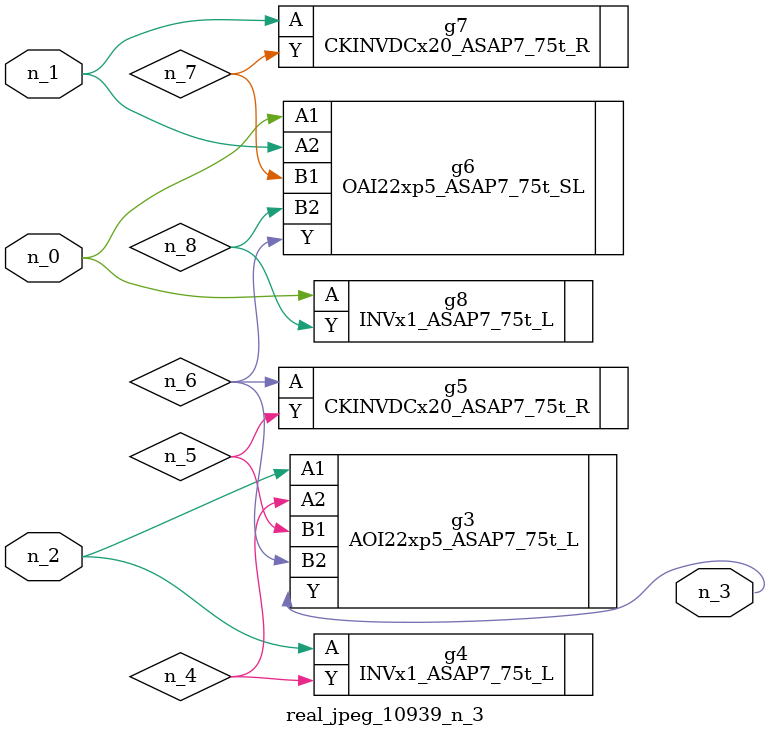
<source format=v>
module real_jpeg_10939_n_3 (n_1, n_0, n_2, n_3);

input n_1;
input n_0;
input n_2;

output n_3;

wire n_5;
wire n_8;
wire n_4;
wire n_6;
wire n_7;

OAI22xp5_ASAP7_75t_SL g6 ( 
.A1(n_0),
.A2(n_1),
.B1(n_7),
.B2(n_8),
.Y(n_6)
);

INVx1_ASAP7_75t_L g8 ( 
.A(n_0),
.Y(n_8)
);

CKINVDCx20_ASAP7_75t_R g7 ( 
.A(n_1),
.Y(n_7)
);

AOI22xp5_ASAP7_75t_L g3 ( 
.A1(n_2),
.A2(n_4),
.B1(n_5),
.B2(n_6),
.Y(n_3)
);

INVx1_ASAP7_75t_L g4 ( 
.A(n_2),
.Y(n_4)
);

CKINVDCx20_ASAP7_75t_R g5 ( 
.A(n_6),
.Y(n_5)
);


endmodule
</source>
